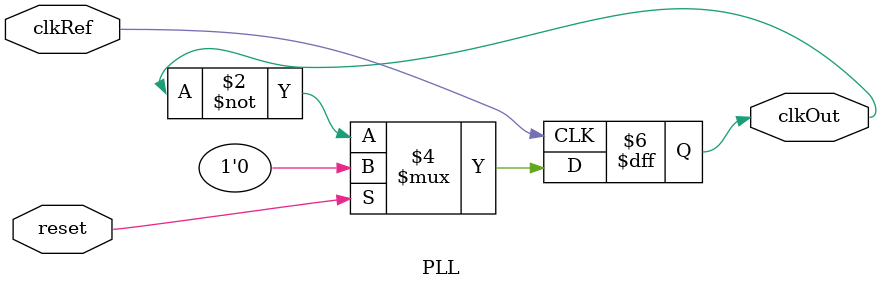
<source format=v>
module PLL(clkRef, clkOut, reset);

input clkRef, reset;
output reg clkOut;

always @(posedge clkRef)
begin
	if (reset)
	begin
		clkOut <= 0;
	end
	else
	begin		
		clkOut = ~clkOut;			
	end
end

endmodule

</source>
